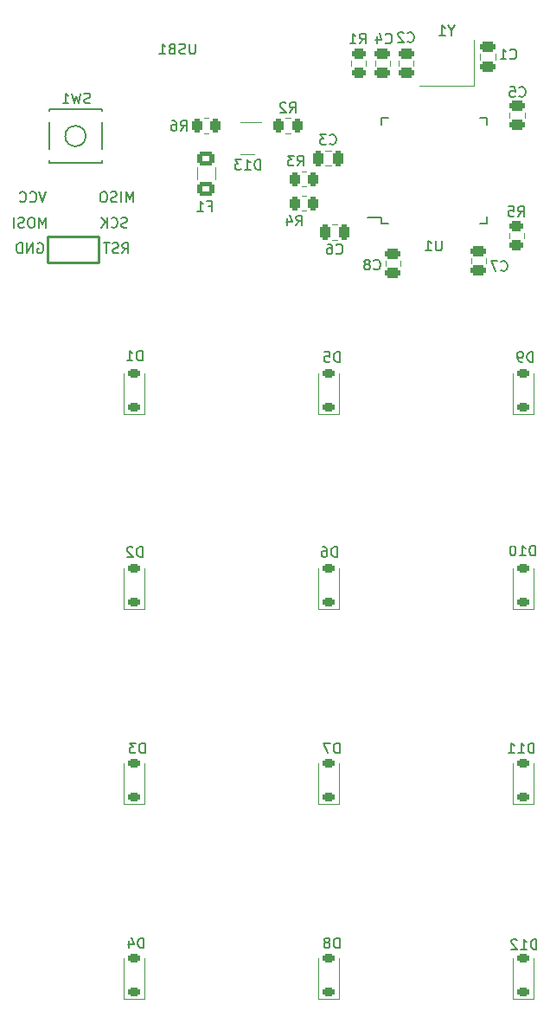
<source format=gbo>
G04 #@! TF.GenerationSoftware,KiCad,Pcbnew,(7.0.0)*
G04 #@! TF.CreationDate,2023-03-11T22:05:33-05:00*
G04 #@! TF.ProjectId,MacroPad,4d616372-6f50-4616-942e-6b696361645f,rev?*
G04 #@! TF.SameCoordinates,Original*
G04 #@! TF.FileFunction,Legend,Bot*
G04 #@! TF.FilePolarity,Positive*
%FSLAX46Y46*%
G04 Gerber Fmt 4.6, Leading zero omitted, Abs format (unit mm)*
G04 Created by KiCad (PCBNEW (7.0.0)) date 2023-03-11 22:05:33*
%MOMM*%
%LPD*%
G01*
G04 APERTURE LIST*
G04 Aperture macros list*
%AMRoundRect*
0 Rectangle with rounded corners*
0 $1 Rounding radius*
0 $2 $3 $4 $5 $6 $7 $8 $9 X,Y pos of 4 corners*
0 Add a 4 corners polygon primitive as box body*
4,1,4,$2,$3,$4,$5,$6,$7,$8,$9,$2,$3,0*
0 Add four circle primitives for the rounded corners*
1,1,$1+$1,$2,$3*
1,1,$1+$1,$4,$5*
1,1,$1+$1,$6,$7*
1,1,$1+$1,$8,$9*
0 Add four rect primitives between the rounded corners*
20,1,$1+$1,$2,$3,$4,$5,0*
20,1,$1+$1,$4,$5,$6,$7,0*
20,1,$1+$1,$6,$7,$8,$9,0*
20,1,$1+$1,$8,$9,$2,$3,0*%
G04 Aperture macros list end*
%ADD10C,0.153000*%
%ADD11C,0.250000*%
%ADD12C,0.150000*%
%ADD13C,0.120000*%
%ADD14C,2.700000*%
%ADD15C,1.750000*%
%ADD16C,3.000000*%
%ADD17C,3.987800*%
%ADD18R,2.550000X2.500000*%
%ADD19C,1.700000*%
%ADD20R,1.700000X1.700000*%
%ADD21R,1.800000X1.100000*%
%ADD22RoundRect,0.225000X0.375000X-0.225000X0.375000X0.225000X-0.375000X0.225000X-0.375000X-0.225000X0*%
%ADD23RoundRect,0.250000X-0.262500X-0.450000X0.262500X-0.450000X0.262500X0.450000X-0.262500X0.450000X0*%
%ADD24RoundRect,0.250000X-0.475000X0.250000X-0.475000X-0.250000X0.475000X-0.250000X0.475000X0.250000X0*%
%ADD25RoundRect,0.250000X0.250000X0.475000X-0.250000X0.475000X-0.250000X-0.475000X0.250000X-0.475000X0*%
%ADD26RoundRect,0.250000X0.475000X-0.250000X0.475000X0.250000X-0.475000X0.250000X-0.475000X-0.250000X0*%
%ADD27RoundRect,0.250000X0.262500X0.450000X-0.262500X0.450000X-0.262500X-0.450000X0.262500X-0.450000X0*%
%ADD28RoundRect,0.250000X-0.450000X0.262500X-0.450000X-0.262500X0.450000X-0.262500X0.450000X0.262500X0*%
%ADD29R,2.100000X1.800000*%
%ADD30R,1.500000X0.550000*%
%ADD31R,0.550000X1.500000*%
%ADD32C,0.650000*%
%ADD33R,0.600000X2.450000*%
%ADD34R,0.300000X2.450000*%
%ADD35R,0.700000X1.000000*%
%ADD36R,0.700000X0.600000*%
%ADD37RoundRect,0.250001X0.624999X-0.462499X0.624999X0.462499X-0.624999X0.462499X-0.624999X-0.462499X0*%
G04 APERTURE END LIST*
D10*
X152554913Y-58688961D02*
X152412056Y-58736580D01*
X152412056Y-58736580D02*
X152173961Y-58736580D01*
X152173961Y-58736580D02*
X152078723Y-58688961D01*
X152078723Y-58688961D02*
X152031104Y-58641342D01*
X152031104Y-58641342D02*
X151983485Y-58546104D01*
X151983485Y-58546104D02*
X151983485Y-58450866D01*
X151983485Y-58450866D02*
X152031104Y-58355628D01*
X152031104Y-58355628D02*
X152078723Y-58308009D01*
X152078723Y-58308009D02*
X152173961Y-58260390D01*
X152173961Y-58260390D02*
X152364437Y-58212771D01*
X152364437Y-58212771D02*
X152459675Y-58165152D01*
X152459675Y-58165152D02*
X152507294Y-58117533D01*
X152507294Y-58117533D02*
X152554913Y-58022295D01*
X152554913Y-58022295D02*
X152554913Y-57927057D01*
X152554913Y-57927057D02*
X152507294Y-57831819D01*
X152507294Y-57831819D02*
X152459675Y-57784200D01*
X152459675Y-57784200D02*
X152364437Y-57736580D01*
X152364437Y-57736580D02*
X152126342Y-57736580D01*
X152126342Y-57736580D02*
X151983485Y-57784200D01*
X150983485Y-58641342D02*
X151031104Y-58688961D01*
X151031104Y-58688961D02*
X151173961Y-58736580D01*
X151173961Y-58736580D02*
X151269199Y-58736580D01*
X151269199Y-58736580D02*
X151412056Y-58688961D01*
X151412056Y-58688961D02*
X151507294Y-58593723D01*
X151507294Y-58593723D02*
X151554913Y-58498485D01*
X151554913Y-58498485D02*
X151602532Y-58308009D01*
X151602532Y-58308009D02*
X151602532Y-58165152D01*
X151602532Y-58165152D02*
X151554913Y-57974676D01*
X151554913Y-57974676D02*
X151507294Y-57879438D01*
X151507294Y-57879438D02*
X151412056Y-57784200D01*
X151412056Y-57784200D02*
X151269199Y-57736580D01*
X151269199Y-57736580D02*
X151173961Y-57736580D01*
X151173961Y-57736580D02*
X151031104Y-57784200D01*
X151031104Y-57784200D02*
X150983485Y-57831819D01*
X150554913Y-58736580D02*
X150554913Y-57736580D01*
X149983485Y-58736580D02*
X150412056Y-58165152D01*
X149983485Y-57736580D02*
X150554913Y-58308009D01*
X144602532Y-55236580D02*
X144269199Y-56236580D01*
X144269199Y-56236580D02*
X143935866Y-55236580D01*
X143031104Y-56141342D02*
X143078723Y-56188961D01*
X143078723Y-56188961D02*
X143221580Y-56236580D01*
X143221580Y-56236580D02*
X143316818Y-56236580D01*
X143316818Y-56236580D02*
X143459675Y-56188961D01*
X143459675Y-56188961D02*
X143554913Y-56093723D01*
X143554913Y-56093723D02*
X143602532Y-55998485D01*
X143602532Y-55998485D02*
X143650151Y-55808009D01*
X143650151Y-55808009D02*
X143650151Y-55665152D01*
X143650151Y-55665152D02*
X143602532Y-55474676D01*
X143602532Y-55474676D02*
X143554913Y-55379438D01*
X143554913Y-55379438D02*
X143459675Y-55284200D01*
X143459675Y-55284200D02*
X143316818Y-55236580D01*
X143316818Y-55236580D02*
X143221580Y-55236580D01*
X143221580Y-55236580D02*
X143078723Y-55284200D01*
X143078723Y-55284200D02*
X143031104Y-55331819D01*
X142031104Y-56141342D02*
X142078723Y-56188961D01*
X142078723Y-56188961D02*
X142221580Y-56236580D01*
X142221580Y-56236580D02*
X142316818Y-56236580D01*
X142316818Y-56236580D02*
X142459675Y-56188961D01*
X142459675Y-56188961D02*
X142554913Y-56093723D01*
X142554913Y-56093723D02*
X142602532Y-55998485D01*
X142602532Y-55998485D02*
X142650151Y-55808009D01*
X142650151Y-55808009D02*
X142650151Y-55665152D01*
X142650151Y-55665152D02*
X142602532Y-55474676D01*
X142602532Y-55474676D02*
X142554913Y-55379438D01*
X142554913Y-55379438D02*
X142459675Y-55284200D01*
X142459675Y-55284200D02*
X142316818Y-55236580D01*
X142316818Y-55236580D02*
X142221580Y-55236580D01*
X142221580Y-55236580D02*
X142078723Y-55284200D01*
X142078723Y-55284200D02*
X142031104Y-55331819D01*
X152066819Y-61236580D02*
X152400152Y-60760390D01*
X152638247Y-61236580D02*
X152638247Y-60236580D01*
X152638247Y-60236580D02*
X152257295Y-60236580D01*
X152257295Y-60236580D02*
X152162057Y-60284200D01*
X152162057Y-60284200D02*
X152114438Y-60331819D01*
X152114438Y-60331819D02*
X152066819Y-60427057D01*
X152066819Y-60427057D02*
X152066819Y-60569914D01*
X152066819Y-60569914D02*
X152114438Y-60665152D01*
X152114438Y-60665152D02*
X152162057Y-60712771D01*
X152162057Y-60712771D02*
X152257295Y-60760390D01*
X152257295Y-60760390D02*
X152638247Y-60760390D01*
X151685866Y-61188961D02*
X151543009Y-61236580D01*
X151543009Y-61236580D02*
X151304914Y-61236580D01*
X151304914Y-61236580D02*
X151209676Y-61188961D01*
X151209676Y-61188961D02*
X151162057Y-61141342D01*
X151162057Y-61141342D02*
X151114438Y-61046104D01*
X151114438Y-61046104D02*
X151114438Y-60950866D01*
X151114438Y-60950866D02*
X151162057Y-60855628D01*
X151162057Y-60855628D02*
X151209676Y-60808009D01*
X151209676Y-60808009D02*
X151304914Y-60760390D01*
X151304914Y-60760390D02*
X151495390Y-60712771D01*
X151495390Y-60712771D02*
X151590628Y-60665152D01*
X151590628Y-60665152D02*
X151638247Y-60617533D01*
X151638247Y-60617533D02*
X151685866Y-60522295D01*
X151685866Y-60522295D02*
X151685866Y-60427057D01*
X151685866Y-60427057D02*
X151638247Y-60331819D01*
X151638247Y-60331819D02*
X151590628Y-60284200D01*
X151590628Y-60284200D02*
X151495390Y-60236580D01*
X151495390Y-60236580D02*
X151257295Y-60236580D01*
X151257295Y-60236580D02*
X151114438Y-60284200D01*
X150828723Y-60236580D02*
X150257295Y-60236580D01*
X150543009Y-61236580D02*
X150543009Y-60236580D01*
X143781104Y-60284200D02*
X143876342Y-60236580D01*
X143876342Y-60236580D02*
X144019199Y-60236580D01*
X144019199Y-60236580D02*
X144162056Y-60284200D01*
X144162056Y-60284200D02*
X144257294Y-60379438D01*
X144257294Y-60379438D02*
X144304913Y-60474676D01*
X144304913Y-60474676D02*
X144352532Y-60665152D01*
X144352532Y-60665152D02*
X144352532Y-60808009D01*
X144352532Y-60808009D02*
X144304913Y-60998485D01*
X144304913Y-60998485D02*
X144257294Y-61093723D01*
X144257294Y-61093723D02*
X144162056Y-61188961D01*
X144162056Y-61188961D02*
X144019199Y-61236580D01*
X144019199Y-61236580D02*
X143923961Y-61236580D01*
X143923961Y-61236580D02*
X143781104Y-61188961D01*
X143781104Y-61188961D02*
X143733485Y-61141342D01*
X143733485Y-61141342D02*
X143733485Y-60808009D01*
X143733485Y-60808009D02*
X143923961Y-60808009D01*
X143304913Y-61236580D02*
X143304913Y-60236580D01*
X143304913Y-60236580D02*
X142733485Y-61236580D01*
X142733485Y-61236580D02*
X142733485Y-60236580D01*
X142257294Y-61236580D02*
X142257294Y-60236580D01*
X142257294Y-60236580D02*
X142019199Y-60236580D01*
X142019199Y-60236580D02*
X141876342Y-60284200D01*
X141876342Y-60284200D02*
X141781104Y-60379438D01*
X141781104Y-60379438D02*
X141733485Y-60474676D01*
X141733485Y-60474676D02*
X141685866Y-60665152D01*
X141685866Y-60665152D02*
X141685866Y-60808009D01*
X141685866Y-60808009D02*
X141733485Y-60998485D01*
X141733485Y-60998485D02*
X141781104Y-61093723D01*
X141781104Y-61093723D02*
X141876342Y-61188961D01*
X141876342Y-61188961D02*
X142019199Y-61236580D01*
X142019199Y-61236580D02*
X142257294Y-61236580D01*
X153090627Y-56236580D02*
X153090627Y-55236580D01*
X153090627Y-55236580D02*
X152757294Y-55950866D01*
X152757294Y-55950866D02*
X152423961Y-55236580D01*
X152423961Y-55236580D02*
X152423961Y-56236580D01*
X151947770Y-56236580D02*
X151947770Y-55236580D01*
X151519199Y-56188961D02*
X151376342Y-56236580D01*
X151376342Y-56236580D02*
X151138247Y-56236580D01*
X151138247Y-56236580D02*
X151043009Y-56188961D01*
X151043009Y-56188961D02*
X150995390Y-56141342D01*
X150995390Y-56141342D02*
X150947771Y-56046104D01*
X150947771Y-56046104D02*
X150947771Y-55950866D01*
X150947771Y-55950866D02*
X150995390Y-55855628D01*
X150995390Y-55855628D02*
X151043009Y-55808009D01*
X151043009Y-55808009D02*
X151138247Y-55760390D01*
X151138247Y-55760390D02*
X151328723Y-55712771D01*
X151328723Y-55712771D02*
X151423961Y-55665152D01*
X151423961Y-55665152D02*
X151471580Y-55617533D01*
X151471580Y-55617533D02*
X151519199Y-55522295D01*
X151519199Y-55522295D02*
X151519199Y-55427057D01*
X151519199Y-55427057D02*
X151471580Y-55331819D01*
X151471580Y-55331819D02*
X151423961Y-55284200D01*
X151423961Y-55284200D02*
X151328723Y-55236580D01*
X151328723Y-55236580D02*
X151090628Y-55236580D01*
X151090628Y-55236580D02*
X150947771Y-55284200D01*
X150328723Y-55236580D02*
X150138247Y-55236580D01*
X150138247Y-55236580D02*
X150043009Y-55284200D01*
X150043009Y-55284200D02*
X149947771Y-55379438D01*
X149947771Y-55379438D02*
X149900152Y-55569914D01*
X149900152Y-55569914D02*
X149900152Y-55903247D01*
X149900152Y-55903247D02*
X149947771Y-56093723D01*
X149947771Y-56093723D02*
X150043009Y-56188961D01*
X150043009Y-56188961D02*
X150138247Y-56236580D01*
X150138247Y-56236580D02*
X150328723Y-56236580D01*
X150328723Y-56236580D02*
X150423961Y-56188961D01*
X150423961Y-56188961D02*
X150519199Y-56093723D01*
X150519199Y-56093723D02*
X150566818Y-55903247D01*
X150566818Y-55903247D02*
X150566818Y-55569914D01*
X150566818Y-55569914D02*
X150519199Y-55379438D01*
X150519199Y-55379438D02*
X150423961Y-55284200D01*
X150423961Y-55284200D02*
X150328723Y-55236580D01*
X144590627Y-58736580D02*
X144590627Y-57736580D01*
X144590627Y-57736580D02*
X144257294Y-58450866D01*
X144257294Y-58450866D02*
X143923961Y-57736580D01*
X143923961Y-57736580D02*
X143923961Y-58736580D01*
X143257294Y-57736580D02*
X143066818Y-57736580D01*
X143066818Y-57736580D02*
X142971580Y-57784200D01*
X142971580Y-57784200D02*
X142876342Y-57879438D01*
X142876342Y-57879438D02*
X142828723Y-58069914D01*
X142828723Y-58069914D02*
X142828723Y-58403247D01*
X142828723Y-58403247D02*
X142876342Y-58593723D01*
X142876342Y-58593723D02*
X142971580Y-58688961D01*
X142971580Y-58688961D02*
X143066818Y-58736580D01*
X143066818Y-58736580D02*
X143257294Y-58736580D01*
X143257294Y-58736580D02*
X143352532Y-58688961D01*
X143352532Y-58688961D02*
X143447770Y-58593723D01*
X143447770Y-58593723D02*
X143495389Y-58403247D01*
X143495389Y-58403247D02*
X143495389Y-58069914D01*
X143495389Y-58069914D02*
X143447770Y-57879438D01*
X143447770Y-57879438D02*
X143352532Y-57784200D01*
X143352532Y-57784200D02*
X143257294Y-57736580D01*
X142447770Y-58688961D02*
X142304913Y-58736580D01*
X142304913Y-58736580D02*
X142066818Y-58736580D01*
X142066818Y-58736580D02*
X141971580Y-58688961D01*
X141971580Y-58688961D02*
X141923961Y-58641342D01*
X141923961Y-58641342D02*
X141876342Y-58546104D01*
X141876342Y-58546104D02*
X141876342Y-58450866D01*
X141876342Y-58450866D02*
X141923961Y-58355628D01*
X141923961Y-58355628D02*
X141971580Y-58308009D01*
X141971580Y-58308009D02*
X142066818Y-58260390D01*
X142066818Y-58260390D02*
X142257294Y-58212771D01*
X142257294Y-58212771D02*
X142352532Y-58165152D01*
X142352532Y-58165152D02*
X142400151Y-58117533D01*
X142400151Y-58117533D02*
X142447770Y-58022295D01*
X142447770Y-58022295D02*
X142447770Y-57927057D01*
X142447770Y-57927057D02*
X142400151Y-57831819D01*
X142400151Y-57831819D02*
X142352532Y-57784200D01*
X142352532Y-57784200D02*
X142257294Y-57736580D01*
X142257294Y-57736580D02*
X142019199Y-57736580D01*
X142019199Y-57736580D02*
X141876342Y-57784200D01*
X141447770Y-58736580D02*
X141447770Y-57736580D01*
X148907332Y-46547761D02*
X148764475Y-46595380D01*
X148764475Y-46595380D02*
X148526380Y-46595380D01*
X148526380Y-46595380D02*
X148431142Y-46547761D01*
X148431142Y-46547761D02*
X148383523Y-46500142D01*
X148383523Y-46500142D02*
X148335904Y-46404904D01*
X148335904Y-46404904D02*
X148335904Y-46309666D01*
X148335904Y-46309666D02*
X148383523Y-46214428D01*
X148383523Y-46214428D02*
X148431142Y-46166809D01*
X148431142Y-46166809D02*
X148526380Y-46119190D01*
X148526380Y-46119190D02*
X148716856Y-46071571D01*
X148716856Y-46071571D02*
X148812094Y-46023952D01*
X148812094Y-46023952D02*
X148859713Y-45976333D01*
X148859713Y-45976333D02*
X148907332Y-45881095D01*
X148907332Y-45881095D02*
X148907332Y-45785857D01*
X148907332Y-45785857D02*
X148859713Y-45690619D01*
X148859713Y-45690619D02*
X148812094Y-45643000D01*
X148812094Y-45643000D02*
X148716856Y-45595380D01*
X148716856Y-45595380D02*
X148478761Y-45595380D01*
X148478761Y-45595380D02*
X148335904Y-45643000D01*
X148002570Y-45595380D02*
X147764475Y-46595380D01*
X147764475Y-46595380D02*
X147573999Y-45881095D01*
X147573999Y-45881095D02*
X147383523Y-46595380D01*
X147383523Y-46595380D02*
X147145428Y-45595380D01*
X146240666Y-46595380D02*
X146812094Y-46595380D01*
X146526380Y-46595380D02*
X146526380Y-45595380D01*
X146526380Y-45595380D02*
X146621618Y-45738238D01*
X146621618Y-45738238D02*
X146716856Y-45833476D01*
X146716856Y-45833476D02*
X146812094Y-45881095D01*
X173331094Y-129145380D02*
X173331094Y-128145380D01*
X173331094Y-128145380D02*
X173092999Y-128145380D01*
X173092999Y-128145380D02*
X172950142Y-128193000D01*
X172950142Y-128193000D02*
X172854904Y-128288238D01*
X172854904Y-128288238D02*
X172807285Y-128383476D01*
X172807285Y-128383476D02*
X172759666Y-128573952D01*
X172759666Y-128573952D02*
X172759666Y-128716809D01*
X172759666Y-128716809D02*
X172807285Y-128907285D01*
X172807285Y-128907285D02*
X172854904Y-129002523D01*
X172854904Y-129002523D02*
X172950142Y-129097761D01*
X172950142Y-129097761D02*
X173092999Y-129145380D01*
X173092999Y-129145380D02*
X173331094Y-129145380D01*
X172188237Y-128573952D02*
X172283475Y-128526333D01*
X172283475Y-128526333D02*
X172331094Y-128478714D01*
X172331094Y-128478714D02*
X172378713Y-128383476D01*
X172378713Y-128383476D02*
X172378713Y-128335857D01*
X172378713Y-128335857D02*
X172331094Y-128240619D01*
X172331094Y-128240619D02*
X172283475Y-128193000D01*
X172283475Y-128193000D02*
X172188237Y-128145380D01*
X172188237Y-128145380D02*
X171997761Y-128145380D01*
X171997761Y-128145380D02*
X171902523Y-128193000D01*
X171902523Y-128193000D02*
X171854904Y-128240619D01*
X171854904Y-128240619D02*
X171807285Y-128335857D01*
X171807285Y-128335857D02*
X171807285Y-128383476D01*
X171807285Y-128383476D02*
X171854904Y-128478714D01*
X171854904Y-128478714D02*
X171902523Y-128526333D01*
X171902523Y-128526333D02*
X171997761Y-128573952D01*
X171997761Y-128573952D02*
X172188237Y-128573952D01*
X172188237Y-128573952D02*
X172283475Y-128621571D01*
X172283475Y-128621571D02*
X172331094Y-128669190D01*
X172331094Y-128669190D02*
X172378713Y-128764428D01*
X172378713Y-128764428D02*
X172378713Y-128954904D01*
X172378713Y-128954904D02*
X172331094Y-129050142D01*
X172331094Y-129050142D02*
X172283475Y-129097761D01*
X172283475Y-129097761D02*
X172188237Y-129145380D01*
X172188237Y-129145380D02*
X171997761Y-129145380D01*
X171997761Y-129145380D02*
X171902523Y-129097761D01*
X171902523Y-129097761D02*
X171854904Y-129050142D01*
X171854904Y-129050142D02*
X171807285Y-128954904D01*
X171807285Y-128954904D02*
X171807285Y-128764428D01*
X171807285Y-128764428D02*
X171854904Y-128669190D01*
X171854904Y-128669190D02*
X171902523Y-128621571D01*
X171902523Y-128621571D02*
X171997761Y-128573952D01*
X157773666Y-49262380D02*
X158106999Y-48786190D01*
X158345094Y-49262380D02*
X158345094Y-48262380D01*
X158345094Y-48262380D02*
X157964142Y-48262380D01*
X157964142Y-48262380D02*
X157868904Y-48310000D01*
X157868904Y-48310000D02*
X157821285Y-48357619D01*
X157821285Y-48357619D02*
X157773666Y-48452857D01*
X157773666Y-48452857D02*
X157773666Y-48595714D01*
X157773666Y-48595714D02*
X157821285Y-48690952D01*
X157821285Y-48690952D02*
X157868904Y-48738571D01*
X157868904Y-48738571D02*
X157964142Y-48786190D01*
X157964142Y-48786190D02*
X158345094Y-48786190D01*
X156916523Y-48262380D02*
X157106999Y-48262380D01*
X157106999Y-48262380D02*
X157202237Y-48310000D01*
X157202237Y-48310000D02*
X157249856Y-48357619D01*
X157249856Y-48357619D02*
X157345094Y-48500476D01*
X157345094Y-48500476D02*
X157392713Y-48690952D01*
X157392713Y-48690952D02*
X157392713Y-49071904D01*
X157392713Y-49071904D02*
X157345094Y-49167142D01*
X157345094Y-49167142D02*
X157297475Y-49214761D01*
X157297475Y-49214761D02*
X157202237Y-49262380D01*
X157202237Y-49262380D02*
X157011761Y-49262380D01*
X157011761Y-49262380D02*
X156916523Y-49214761D01*
X156916523Y-49214761D02*
X156868904Y-49167142D01*
X156868904Y-49167142D02*
X156821285Y-49071904D01*
X156821285Y-49071904D02*
X156821285Y-48833809D01*
X156821285Y-48833809D02*
X156868904Y-48738571D01*
X156868904Y-48738571D02*
X156916523Y-48690952D01*
X156916523Y-48690952D02*
X157011761Y-48643333D01*
X157011761Y-48643333D02*
X157202237Y-48643333D01*
X157202237Y-48643333D02*
X157297475Y-48690952D01*
X157297475Y-48690952D02*
X157345094Y-48738571D01*
X157345094Y-48738571D02*
X157392713Y-48833809D01*
X189142666Y-62883142D02*
X189190285Y-62930761D01*
X189190285Y-62930761D02*
X189333142Y-62978380D01*
X189333142Y-62978380D02*
X189428380Y-62978380D01*
X189428380Y-62978380D02*
X189571237Y-62930761D01*
X189571237Y-62930761D02*
X189666475Y-62835523D01*
X189666475Y-62835523D02*
X189714094Y-62740285D01*
X189714094Y-62740285D02*
X189761713Y-62549809D01*
X189761713Y-62549809D02*
X189761713Y-62406952D01*
X189761713Y-62406952D02*
X189714094Y-62216476D01*
X189714094Y-62216476D02*
X189666475Y-62121238D01*
X189666475Y-62121238D02*
X189571237Y-62026000D01*
X189571237Y-62026000D02*
X189428380Y-61978380D01*
X189428380Y-61978380D02*
X189333142Y-61978380D01*
X189333142Y-61978380D02*
X189190285Y-62026000D01*
X189190285Y-62026000D02*
X189142666Y-62073619D01*
X188809332Y-61978380D02*
X188142666Y-61978380D01*
X188142666Y-61978380D02*
X188571237Y-62978380D01*
X172378666Y-50535142D02*
X172426285Y-50582761D01*
X172426285Y-50582761D02*
X172569142Y-50630380D01*
X172569142Y-50630380D02*
X172664380Y-50630380D01*
X172664380Y-50630380D02*
X172807237Y-50582761D01*
X172807237Y-50582761D02*
X172902475Y-50487523D01*
X172902475Y-50487523D02*
X172950094Y-50392285D01*
X172950094Y-50392285D02*
X172997713Y-50201809D01*
X172997713Y-50201809D02*
X172997713Y-50058952D01*
X172997713Y-50058952D02*
X172950094Y-49868476D01*
X172950094Y-49868476D02*
X172902475Y-49773238D01*
X172902475Y-49773238D02*
X172807237Y-49678000D01*
X172807237Y-49678000D02*
X172664380Y-49630380D01*
X172664380Y-49630380D02*
X172569142Y-49630380D01*
X172569142Y-49630380D02*
X172426285Y-49678000D01*
X172426285Y-49678000D02*
X172378666Y-49725619D01*
X172045332Y-49630380D02*
X171426285Y-49630380D01*
X171426285Y-49630380D02*
X171759618Y-50011333D01*
X171759618Y-50011333D02*
X171616761Y-50011333D01*
X171616761Y-50011333D02*
X171521523Y-50058952D01*
X171521523Y-50058952D02*
X171473904Y-50106571D01*
X171473904Y-50106571D02*
X171426285Y-50201809D01*
X171426285Y-50201809D02*
X171426285Y-50439904D01*
X171426285Y-50439904D02*
X171473904Y-50535142D01*
X171473904Y-50535142D02*
X171521523Y-50582761D01*
X171521523Y-50582761D02*
X171616761Y-50630380D01*
X171616761Y-50630380D02*
X171902475Y-50630380D01*
X171902475Y-50630380D02*
X171997713Y-50582761D01*
X171997713Y-50582761D02*
X172045332Y-50535142D01*
X179998666Y-40531142D02*
X180046285Y-40578761D01*
X180046285Y-40578761D02*
X180189142Y-40626380D01*
X180189142Y-40626380D02*
X180284380Y-40626380D01*
X180284380Y-40626380D02*
X180427237Y-40578761D01*
X180427237Y-40578761D02*
X180522475Y-40483523D01*
X180522475Y-40483523D02*
X180570094Y-40388285D01*
X180570094Y-40388285D02*
X180617713Y-40197809D01*
X180617713Y-40197809D02*
X180617713Y-40054952D01*
X180617713Y-40054952D02*
X180570094Y-39864476D01*
X180570094Y-39864476D02*
X180522475Y-39769238D01*
X180522475Y-39769238D02*
X180427237Y-39674000D01*
X180427237Y-39674000D02*
X180284380Y-39626380D01*
X180284380Y-39626380D02*
X180189142Y-39626380D01*
X180189142Y-39626380D02*
X180046285Y-39674000D01*
X180046285Y-39674000D02*
X179998666Y-39721619D01*
X179617713Y-39721619D02*
X179570094Y-39674000D01*
X179570094Y-39674000D02*
X179474856Y-39626380D01*
X179474856Y-39626380D02*
X179236761Y-39626380D01*
X179236761Y-39626380D02*
X179141523Y-39674000D01*
X179141523Y-39674000D02*
X179093904Y-39721619D01*
X179093904Y-39721619D02*
X179046285Y-39816857D01*
X179046285Y-39816857D02*
X179046285Y-39912095D01*
X179046285Y-39912095D02*
X179093904Y-40054952D01*
X179093904Y-40054952D02*
X179665332Y-40626380D01*
X179665332Y-40626380D02*
X179046285Y-40626380D01*
X173013666Y-61232142D02*
X173061285Y-61279761D01*
X173061285Y-61279761D02*
X173204142Y-61327380D01*
X173204142Y-61327380D02*
X173299380Y-61327380D01*
X173299380Y-61327380D02*
X173442237Y-61279761D01*
X173442237Y-61279761D02*
X173537475Y-61184523D01*
X173537475Y-61184523D02*
X173585094Y-61089285D01*
X173585094Y-61089285D02*
X173632713Y-60898809D01*
X173632713Y-60898809D02*
X173632713Y-60755952D01*
X173632713Y-60755952D02*
X173585094Y-60565476D01*
X173585094Y-60565476D02*
X173537475Y-60470238D01*
X173537475Y-60470238D02*
X173442237Y-60375000D01*
X173442237Y-60375000D02*
X173299380Y-60327380D01*
X173299380Y-60327380D02*
X173204142Y-60327380D01*
X173204142Y-60327380D02*
X173061285Y-60375000D01*
X173061285Y-60375000D02*
X173013666Y-60422619D01*
X172156523Y-60327380D02*
X172346999Y-60327380D01*
X172346999Y-60327380D02*
X172442237Y-60375000D01*
X172442237Y-60375000D02*
X172489856Y-60422619D01*
X172489856Y-60422619D02*
X172585094Y-60565476D01*
X172585094Y-60565476D02*
X172632713Y-60755952D01*
X172632713Y-60755952D02*
X172632713Y-61136904D01*
X172632713Y-61136904D02*
X172585094Y-61232142D01*
X172585094Y-61232142D02*
X172537475Y-61279761D01*
X172537475Y-61279761D02*
X172442237Y-61327380D01*
X172442237Y-61327380D02*
X172251761Y-61327380D01*
X172251761Y-61327380D02*
X172156523Y-61279761D01*
X172156523Y-61279761D02*
X172108904Y-61232142D01*
X172108904Y-61232142D02*
X172061285Y-61136904D01*
X172061285Y-61136904D02*
X172061285Y-60898809D01*
X172061285Y-60898809D02*
X172108904Y-60803571D01*
X172108904Y-60803571D02*
X172156523Y-60755952D01*
X172156523Y-60755952D02*
X172251761Y-60708333D01*
X172251761Y-60708333D02*
X172442237Y-60708333D01*
X172442237Y-60708333D02*
X172537475Y-60755952D01*
X172537475Y-60755952D02*
X172585094Y-60803571D01*
X172585094Y-60803571D02*
X172632713Y-60898809D01*
X177839666Y-40658142D02*
X177887285Y-40705761D01*
X177887285Y-40705761D02*
X178030142Y-40753380D01*
X178030142Y-40753380D02*
X178125380Y-40753380D01*
X178125380Y-40753380D02*
X178268237Y-40705761D01*
X178268237Y-40705761D02*
X178363475Y-40610523D01*
X178363475Y-40610523D02*
X178411094Y-40515285D01*
X178411094Y-40515285D02*
X178458713Y-40324809D01*
X178458713Y-40324809D02*
X178458713Y-40181952D01*
X178458713Y-40181952D02*
X178411094Y-39991476D01*
X178411094Y-39991476D02*
X178363475Y-39896238D01*
X178363475Y-39896238D02*
X178268237Y-39801000D01*
X178268237Y-39801000D02*
X178125380Y-39753380D01*
X178125380Y-39753380D02*
X178030142Y-39753380D01*
X178030142Y-39753380D02*
X177887285Y-39801000D01*
X177887285Y-39801000D02*
X177839666Y-39848619D01*
X176982523Y-40086714D02*
X176982523Y-40753380D01*
X177220618Y-39705761D02*
X177458713Y-40420047D01*
X177458713Y-40420047D02*
X176839666Y-40420047D01*
X192603285Y-129272380D02*
X192603285Y-128272380D01*
X192603285Y-128272380D02*
X192365190Y-128272380D01*
X192365190Y-128272380D02*
X192222333Y-128320000D01*
X192222333Y-128320000D02*
X192127095Y-128415238D01*
X192127095Y-128415238D02*
X192079476Y-128510476D01*
X192079476Y-128510476D02*
X192031857Y-128700952D01*
X192031857Y-128700952D02*
X192031857Y-128843809D01*
X192031857Y-128843809D02*
X192079476Y-129034285D01*
X192079476Y-129034285D02*
X192127095Y-129129523D01*
X192127095Y-129129523D02*
X192222333Y-129224761D01*
X192222333Y-129224761D02*
X192365190Y-129272380D01*
X192365190Y-129272380D02*
X192603285Y-129272380D01*
X191079476Y-129272380D02*
X191650904Y-129272380D01*
X191365190Y-129272380D02*
X191365190Y-128272380D01*
X191365190Y-128272380D02*
X191460428Y-128415238D01*
X191460428Y-128415238D02*
X191555666Y-128510476D01*
X191555666Y-128510476D02*
X191650904Y-128558095D01*
X190698523Y-128367619D02*
X190650904Y-128320000D01*
X190650904Y-128320000D02*
X190555666Y-128272380D01*
X190555666Y-128272380D02*
X190317571Y-128272380D01*
X190317571Y-128272380D02*
X190222333Y-128320000D01*
X190222333Y-128320000D02*
X190174714Y-128367619D01*
X190174714Y-128367619D02*
X190127095Y-128462857D01*
X190127095Y-128462857D02*
X190127095Y-128558095D01*
X190127095Y-128558095D02*
X190174714Y-128700952D01*
X190174714Y-128700952D02*
X190746142Y-129272380D01*
X190746142Y-129272380D02*
X190127095Y-129272380D01*
X173331094Y-71868380D02*
X173331094Y-70868380D01*
X173331094Y-70868380D02*
X173092999Y-70868380D01*
X173092999Y-70868380D02*
X172950142Y-70916000D01*
X172950142Y-70916000D02*
X172854904Y-71011238D01*
X172854904Y-71011238D02*
X172807285Y-71106476D01*
X172807285Y-71106476D02*
X172759666Y-71296952D01*
X172759666Y-71296952D02*
X172759666Y-71439809D01*
X172759666Y-71439809D02*
X172807285Y-71630285D01*
X172807285Y-71630285D02*
X172854904Y-71725523D01*
X172854904Y-71725523D02*
X172950142Y-71820761D01*
X172950142Y-71820761D02*
X173092999Y-71868380D01*
X173092999Y-71868380D02*
X173331094Y-71868380D01*
X171854904Y-70868380D02*
X172331094Y-70868380D01*
X172331094Y-70868380D02*
X172378713Y-71344571D01*
X172378713Y-71344571D02*
X172331094Y-71296952D01*
X172331094Y-71296952D02*
X172235856Y-71249333D01*
X172235856Y-71249333D02*
X171997761Y-71249333D01*
X171997761Y-71249333D02*
X171902523Y-71296952D01*
X171902523Y-71296952D02*
X171854904Y-71344571D01*
X171854904Y-71344571D02*
X171807285Y-71439809D01*
X171807285Y-71439809D02*
X171807285Y-71677904D01*
X171807285Y-71677904D02*
X171854904Y-71773142D01*
X171854904Y-71773142D02*
X171902523Y-71820761D01*
X171902523Y-71820761D02*
X171997761Y-71868380D01*
X171997761Y-71868380D02*
X172235856Y-71868380D01*
X172235856Y-71868380D02*
X172331094Y-71820761D01*
X172331094Y-71820761D02*
X172378713Y-71773142D01*
X169203666Y-52692380D02*
X169536999Y-52216190D01*
X169775094Y-52692380D02*
X169775094Y-51692380D01*
X169775094Y-51692380D02*
X169394142Y-51692380D01*
X169394142Y-51692380D02*
X169298904Y-51740000D01*
X169298904Y-51740000D02*
X169251285Y-51787619D01*
X169251285Y-51787619D02*
X169203666Y-51882857D01*
X169203666Y-51882857D02*
X169203666Y-52025714D01*
X169203666Y-52025714D02*
X169251285Y-52120952D01*
X169251285Y-52120952D02*
X169298904Y-52168571D01*
X169298904Y-52168571D02*
X169394142Y-52216190D01*
X169394142Y-52216190D02*
X169775094Y-52216190D01*
X168870332Y-51692380D02*
X168251285Y-51692380D01*
X168251285Y-51692380D02*
X168584618Y-52073333D01*
X168584618Y-52073333D02*
X168441761Y-52073333D01*
X168441761Y-52073333D02*
X168346523Y-52120952D01*
X168346523Y-52120952D02*
X168298904Y-52168571D01*
X168298904Y-52168571D02*
X168251285Y-52263809D01*
X168251285Y-52263809D02*
X168251285Y-52501904D01*
X168251285Y-52501904D02*
X168298904Y-52597142D01*
X168298904Y-52597142D02*
X168346523Y-52644761D01*
X168346523Y-52644761D02*
X168441761Y-52692380D01*
X168441761Y-52692380D02*
X168727475Y-52692380D01*
X168727475Y-52692380D02*
X168822713Y-52644761D01*
X168822713Y-52644761D02*
X168870332Y-52597142D01*
X192254094Y-71868380D02*
X192254094Y-70868380D01*
X192254094Y-70868380D02*
X192015999Y-70868380D01*
X192015999Y-70868380D02*
X191873142Y-70916000D01*
X191873142Y-70916000D02*
X191777904Y-71011238D01*
X191777904Y-71011238D02*
X191730285Y-71106476D01*
X191730285Y-71106476D02*
X191682666Y-71296952D01*
X191682666Y-71296952D02*
X191682666Y-71439809D01*
X191682666Y-71439809D02*
X191730285Y-71630285D01*
X191730285Y-71630285D02*
X191777904Y-71725523D01*
X191777904Y-71725523D02*
X191873142Y-71820761D01*
X191873142Y-71820761D02*
X192015999Y-71868380D01*
X192015999Y-71868380D02*
X192254094Y-71868380D01*
X191206475Y-71868380D02*
X191015999Y-71868380D01*
X191015999Y-71868380D02*
X190920761Y-71820761D01*
X190920761Y-71820761D02*
X190873142Y-71773142D01*
X190873142Y-71773142D02*
X190777904Y-71630285D01*
X190777904Y-71630285D02*
X190730285Y-71439809D01*
X190730285Y-71439809D02*
X190730285Y-71058857D01*
X190730285Y-71058857D02*
X190777904Y-70963619D01*
X190777904Y-70963619D02*
X190825523Y-70916000D01*
X190825523Y-70916000D02*
X190920761Y-70868380D01*
X190920761Y-70868380D02*
X191111237Y-70868380D01*
X191111237Y-70868380D02*
X191206475Y-70916000D01*
X191206475Y-70916000D02*
X191254094Y-70963619D01*
X191254094Y-70963619D02*
X191301713Y-71058857D01*
X191301713Y-71058857D02*
X191301713Y-71296952D01*
X191301713Y-71296952D02*
X191254094Y-71392190D01*
X191254094Y-71392190D02*
X191206475Y-71439809D01*
X191206475Y-71439809D02*
X191111237Y-71487428D01*
X191111237Y-71487428D02*
X190920761Y-71487428D01*
X190920761Y-71487428D02*
X190825523Y-71439809D01*
X190825523Y-71439809D02*
X190777904Y-71392190D01*
X190777904Y-71392190D02*
X190730285Y-71296952D01*
X190793666Y-57644380D02*
X191126999Y-57168190D01*
X191365094Y-57644380D02*
X191365094Y-56644380D01*
X191365094Y-56644380D02*
X190984142Y-56644380D01*
X190984142Y-56644380D02*
X190888904Y-56692000D01*
X190888904Y-56692000D02*
X190841285Y-56739619D01*
X190841285Y-56739619D02*
X190793666Y-56834857D01*
X190793666Y-56834857D02*
X190793666Y-56977714D01*
X190793666Y-56977714D02*
X190841285Y-57072952D01*
X190841285Y-57072952D02*
X190888904Y-57120571D01*
X190888904Y-57120571D02*
X190984142Y-57168190D01*
X190984142Y-57168190D02*
X191365094Y-57168190D01*
X189888904Y-56644380D02*
X190365094Y-56644380D01*
X190365094Y-56644380D02*
X190412713Y-57120571D01*
X190412713Y-57120571D02*
X190365094Y-57072952D01*
X190365094Y-57072952D02*
X190269856Y-57025333D01*
X190269856Y-57025333D02*
X190031761Y-57025333D01*
X190031761Y-57025333D02*
X189936523Y-57072952D01*
X189936523Y-57072952D02*
X189888904Y-57120571D01*
X189888904Y-57120571D02*
X189841285Y-57215809D01*
X189841285Y-57215809D02*
X189841285Y-57453904D01*
X189841285Y-57453904D02*
X189888904Y-57549142D01*
X189888904Y-57549142D02*
X189936523Y-57596761D01*
X189936523Y-57596761D02*
X190031761Y-57644380D01*
X190031761Y-57644380D02*
X190269856Y-57644380D01*
X190269856Y-57644380D02*
X190365094Y-57596761D01*
X190365094Y-57596761D02*
X190412713Y-57549142D01*
X192349285Y-110095380D02*
X192349285Y-109095380D01*
X192349285Y-109095380D02*
X192111190Y-109095380D01*
X192111190Y-109095380D02*
X191968333Y-109143000D01*
X191968333Y-109143000D02*
X191873095Y-109238238D01*
X191873095Y-109238238D02*
X191825476Y-109333476D01*
X191825476Y-109333476D02*
X191777857Y-109523952D01*
X191777857Y-109523952D02*
X191777857Y-109666809D01*
X191777857Y-109666809D02*
X191825476Y-109857285D01*
X191825476Y-109857285D02*
X191873095Y-109952523D01*
X191873095Y-109952523D02*
X191968333Y-110047761D01*
X191968333Y-110047761D02*
X192111190Y-110095380D01*
X192111190Y-110095380D02*
X192349285Y-110095380D01*
X190825476Y-110095380D02*
X191396904Y-110095380D01*
X191111190Y-110095380D02*
X191111190Y-109095380D01*
X191111190Y-109095380D02*
X191206428Y-109238238D01*
X191206428Y-109238238D02*
X191301666Y-109333476D01*
X191301666Y-109333476D02*
X191396904Y-109381095D01*
X189873095Y-110095380D02*
X190444523Y-110095380D01*
X190158809Y-110095380D02*
X190158809Y-109095380D01*
X190158809Y-109095380D02*
X190254047Y-109238238D01*
X190254047Y-109238238D02*
X190349285Y-109333476D01*
X190349285Y-109333476D02*
X190444523Y-109381095D01*
X184297370Y-39488069D02*
X184297370Y-39964259D01*
X184630703Y-38964259D02*
X184297370Y-39488069D01*
X184297370Y-39488069D02*
X183964037Y-38964259D01*
X183106894Y-39964259D02*
X183678322Y-39964259D01*
X183392608Y-39964259D02*
X183392608Y-38964259D01*
X183392608Y-38964259D02*
X183487846Y-39107117D01*
X183487846Y-39107117D02*
X183583084Y-39202355D01*
X183583084Y-39202355D02*
X183678322Y-39249974D01*
X183324404Y-59998630D02*
X183324404Y-60808154D01*
X183324404Y-60808154D02*
X183276785Y-60903392D01*
X183276785Y-60903392D02*
X183229166Y-60951011D01*
X183229166Y-60951011D02*
X183133928Y-60998630D01*
X183133928Y-60998630D02*
X182943452Y-60998630D01*
X182943452Y-60998630D02*
X182848214Y-60951011D01*
X182848214Y-60951011D02*
X182800595Y-60903392D01*
X182800595Y-60903392D02*
X182752976Y-60808154D01*
X182752976Y-60808154D02*
X182752976Y-59998630D01*
X181752976Y-60998630D02*
X182324404Y-60998630D01*
X182038690Y-60998630D02*
X182038690Y-59998630D01*
X182038690Y-59998630D02*
X182133928Y-60141488D01*
X182133928Y-60141488D02*
X182229166Y-60236726D01*
X182229166Y-60236726D02*
X182324404Y-60284345D01*
X154027094Y-71741380D02*
X154027094Y-70741380D01*
X154027094Y-70741380D02*
X153788999Y-70741380D01*
X153788999Y-70741380D02*
X153646142Y-70789000D01*
X153646142Y-70789000D02*
X153550904Y-70884238D01*
X153550904Y-70884238D02*
X153503285Y-70979476D01*
X153503285Y-70979476D02*
X153455666Y-71169952D01*
X153455666Y-71169952D02*
X153455666Y-71312809D01*
X153455666Y-71312809D02*
X153503285Y-71503285D01*
X153503285Y-71503285D02*
X153550904Y-71598523D01*
X153550904Y-71598523D02*
X153646142Y-71693761D01*
X153646142Y-71693761D02*
X153788999Y-71741380D01*
X153788999Y-71741380D02*
X154027094Y-71741380D01*
X152503285Y-71741380D02*
X153074713Y-71741380D01*
X152788999Y-71741380D02*
X152788999Y-70741380D01*
X152788999Y-70741380D02*
X152884237Y-70884238D01*
X152884237Y-70884238D02*
X152979475Y-70979476D01*
X152979475Y-70979476D02*
X153074713Y-71027095D01*
X169076666Y-58533380D02*
X169409999Y-58057190D01*
X169648094Y-58533380D02*
X169648094Y-57533380D01*
X169648094Y-57533380D02*
X169267142Y-57533380D01*
X169267142Y-57533380D02*
X169171904Y-57581000D01*
X169171904Y-57581000D02*
X169124285Y-57628619D01*
X169124285Y-57628619D02*
X169076666Y-57723857D01*
X169076666Y-57723857D02*
X169076666Y-57866714D01*
X169076666Y-57866714D02*
X169124285Y-57961952D01*
X169124285Y-57961952D02*
X169171904Y-58009571D01*
X169171904Y-58009571D02*
X169267142Y-58057190D01*
X169267142Y-58057190D02*
X169648094Y-58057190D01*
X168219523Y-57866714D02*
X168219523Y-58533380D01*
X168457618Y-57485761D02*
X168695713Y-58200047D01*
X168695713Y-58200047D02*
X168076666Y-58200047D01*
X176696666Y-62756142D02*
X176744285Y-62803761D01*
X176744285Y-62803761D02*
X176887142Y-62851380D01*
X176887142Y-62851380D02*
X176982380Y-62851380D01*
X176982380Y-62851380D02*
X177125237Y-62803761D01*
X177125237Y-62803761D02*
X177220475Y-62708523D01*
X177220475Y-62708523D02*
X177268094Y-62613285D01*
X177268094Y-62613285D02*
X177315713Y-62422809D01*
X177315713Y-62422809D02*
X177315713Y-62279952D01*
X177315713Y-62279952D02*
X177268094Y-62089476D01*
X177268094Y-62089476D02*
X177220475Y-61994238D01*
X177220475Y-61994238D02*
X177125237Y-61899000D01*
X177125237Y-61899000D02*
X176982380Y-61851380D01*
X176982380Y-61851380D02*
X176887142Y-61851380D01*
X176887142Y-61851380D02*
X176744285Y-61899000D01*
X176744285Y-61899000D02*
X176696666Y-61946619D01*
X176125237Y-62279952D02*
X176220475Y-62232333D01*
X176220475Y-62232333D02*
X176268094Y-62184714D01*
X176268094Y-62184714D02*
X176315713Y-62089476D01*
X176315713Y-62089476D02*
X176315713Y-62041857D01*
X176315713Y-62041857D02*
X176268094Y-61946619D01*
X176268094Y-61946619D02*
X176220475Y-61899000D01*
X176220475Y-61899000D02*
X176125237Y-61851380D01*
X176125237Y-61851380D02*
X175934761Y-61851380D01*
X175934761Y-61851380D02*
X175839523Y-61899000D01*
X175839523Y-61899000D02*
X175791904Y-61946619D01*
X175791904Y-61946619D02*
X175744285Y-62041857D01*
X175744285Y-62041857D02*
X175744285Y-62089476D01*
X175744285Y-62089476D02*
X175791904Y-62184714D01*
X175791904Y-62184714D02*
X175839523Y-62232333D01*
X175839523Y-62232333D02*
X175934761Y-62279952D01*
X175934761Y-62279952D02*
X176125237Y-62279952D01*
X176125237Y-62279952D02*
X176220475Y-62327571D01*
X176220475Y-62327571D02*
X176268094Y-62375190D01*
X176268094Y-62375190D02*
X176315713Y-62470428D01*
X176315713Y-62470428D02*
X176315713Y-62660904D01*
X176315713Y-62660904D02*
X176268094Y-62756142D01*
X176268094Y-62756142D02*
X176220475Y-62803761D01*
X176220475Y-62803761D02*
X176125237Y-62851380D01*
X176125237Y-62851380D02*
X175934761Y-62851380D01*
X175934761Y-62851380D02*
X175839523Y-62803761D01*
X175839523Y-62803761D02*
X175791904Y-62756142D01*
X175791904Y-62756142D02*
X175744285Y-62660904D01*
X175744285Y-62660904D02*
X175744285Y-62470428D01*
X175744285Y-62470428D02*
X175791904Y-62375190D01*
X175791904Y-62375190D02*
X175839523Y-62327571D01*
X175839523Y-62327571D02*
X175934761Y-62279952D01*
X159218094Y-40769380D02*
X159218094Y-41578904D01*
X159218094Y-41578904D02*
X159170475Y-41674142D01*
X159170475Y-41674142D02*
X159122856Y-41721761D01*
X159122856Y-41721761D02*
X159027618Y-41769380D01*
X159027618Y-41769380D02*
X158837142Y-41769380D01*
X158837142Y-41769380D02*
X158741904Y-41721761D01*
X158741904Y-41721761D02*
X158694285Y-41674142D01*
X158694285Y-41674142D02*
X158646666Y-41578904D01*
X158646666Y-41578904D02*
X158646666Y-40769380D01*
X158218094Y-41721761D02*
X158075237Y-41769380D01*
X158075237Y-41769380D02*
X157837142Y-41769380D01*
X157837142Y-41769380D02*
X157741904Y-41721761D01*
X157741904Y-41721761D02*
X157694285Y-41674142D01*
X157694285Y-41674142D02*
X157646666Y-41578904D01*
X157646666Y-41578904D02*
X157646666Y-41483666D01*
X157646666Y-41483666D02*
X157694285Y-41388428D01*
X157694285Y-41388428D02*
X157741904Y-41340809D01*
X157741904Y-41340809D02*
X157837142Y-41293190D01*
X157837142Y-41293190D02*
X158027618Y-41245571D01*
X158027618Y-41245571D02*
X158122856Y-41197952D01*
X158122856Y-41197952D02*
X158170475Y-41150333D01*
X158170475Y-41150333D02*
X158218094Y-41055095D01*
X158218094Y-41055095D02*
X158218094Y-40959857D01*
X158218094Y-40959857D02*
X158170475Y-40864619D01*
X158170475Y-40864619D02*
X158122856Y-40817000D01*
X158122856Y-40817000D02*
X158027618Y-40769380D01*
X158027618Y-40769380D02*
X157789523Y-40769380D01*
X157789523Y-40769380D02*
X157646666Y-40817000D01*
X156884761Y-41245571D02*
X156741904Y-41293190D01*
X156741904Y-41293190D02*
X156694285Y-41340809D01*
X156694285Y-41340809D02*
X156646666Y-41436047D01*
X156646666Y-41436047D02*
X156646666Y-41578904D01*
X156646666Y-41578904D02*
X156694285Y-41674142D01*
X156694285Y-41674142D02*
X156741904Y-41721761D01*
X156741904Y-41721761D02*
X156837142Y-41769380D01*
X156837142Y-41769380D02*
X157218094Y-41769380D01*
X157218094Y-41769380D02*
X157218094Y-40769380D01*
X157218094Y-40769380D02*
X156884761Y-40769380D01*
X156884761Y-40769380D02*
X156789523Y-40817000D01*
X156789523Y-40817000D02*
X156741904Y-40864619D01*
X156741904Y-40864619D02*
X156694285Y-40959857D01*
X156694285Y-40959857D02*
X156694285Y-41055095D01*
X156694285Y-41055095D02*
X156741904Y-41150333D01*
X156741904Y-41150333D02*
X156789523Y-41197952D01*
X156789523Y-41197952D02*
X156884761Y-41245571D01*
X156884761Y-41245571D02*
X157218094Y-41245571D01*
X155694285Y-41769380D02*
X156265713Y-41769380D01*
X155979999Y-41769380D02*
X155979999Y-40769380D01*
X155979999Y-40769380D02*
X156075237Y-40912238D01*
X156075237Y-40912238D02*
X156170475Y-41007476D01*
X156170475Y-41007476D02*
X156265713Y-41055095D01*
X190031666Y-42182142D02*
X190079285Y-42229761D01*
X190079285Y-42229761D02*
X190222142Y-42277380D01*
X190222142Y-42277380D02*
X190317380Y-42277380D01*
X190317380Y-42277380D02*
X190460237Y-42229761D01*
X190460237Y-42229761D02*
X190555475Y-42134523D01*
X190555475Y-42134523D02*
X190603094Y-42039285D01*
X190603094Y-42039285D02*
X190650713Y-41848809D01*
X190650713Y-41848809D02*
X190650713Y-41705952D01*
X190650713Y-41705952D02*
X190603094Y-41515476D01*
X190603094Y-41515476D02*
X190555475Y-41420238D01*
X190555475Y-41420238D02*
X190460237Y-41325000D01*
X190460237Y-41325000D02*
X190317380Y-41277380D01*
X190317380Y-41277380D02*
X190222142Y-41277380D01*
X190222142Y-41277380D02*
X190079285Y-41325000D01*
X190079285Y-41325000D02*
X190031666Y-41372619D01*
X189079285Y-42277380D02*
X189650713Y-42277380D01*
X189364999Y-42277380D02*
X189364999Y-41277380D01*
X189364999Y-41277380D02*
X189460237Y-41420238D01*
X189460237Y-41420238D02*
X189555475Y-41515476D01*
X189555475Y-41515476D02*
X189650713Y-41563095D01*
X173077094Y-90918380D02*
X173077094Y-89918380D01*
X173077094Y-89918380D02*
X172838999Y-89918380D01*
X172838999Y-89918380D02*
X172696142Y-89966000D01*
X172696142Y-89966000D02*
X172600904Y-90061238D01*
X172600904Y-90061238D02*
X172553285Y-90156476D01*
X172553285Y-90156476D02*
X172505666Y-90346952D01*
X172505666Y-90346952D02*
X172505666Y-90489809D01*
X172505666Y-90489809D02*
X172553285Y-90680285D01*
X172553285Y-90680285D02*
X172600904Y-90775523D01*
X172600904Y-90775523D02*
X172696142Y-90870761D01*
X172696142Y-90870761D02*
X172838999Y-90918380D01*
X172838999Y-90918380D02*
X173077094Y-90918380D01*
X171648523Y-89918380D02*
X171838999Y-89918380D01*
X171838999Y-89918380D02*
X171934237Y-89966000D01*
X171934237Y-89966000D02*
X171981856Y-90013619D01*
X171981856Y-90013619D02*
X172077094Y-90156476D01*
X172077094Y-90156476D02*
X172124713Y-90346952D01*
X172124713Y-90346952D02*
X172124713Y-90727904D01*
X172124713Y-90727904D02*
X172077094Y-90823142D01*
X172077094Y-90823142D02*
X172029475Y-90870761D01*
X172029475Y-90870761D02*
X171934237Y-90918380D01*
X171934237Y-90918380D02*
X171743761Y-90918380D01*
X171743761Y-90918380D02*
X171648523Y-90870761D01*
X171648523Y-90870761D02*
X171600904Y-90823142D01*
X171600904Y-90823142D02*
X171553285Y-90727904D01*
X171553285Y-90727904D02*
X171553285Y-90489809D01*
X171553285Y-90489809D02*
X171600904Y-90394571D01*
X171600904Y-90394571D02*
X171648523Y-90346952D01*
X171648523Y-90346952D02*
X171743761Y-90299333D01*
X171743761Y-90299333D02*
X171934237Y-90299333D01*
X171934237Y-90299333D02*
X172029475Y-90346952D01*
X172029475Y-90346952D02*
X172077094Y-90394571D01*
X172077094Y-90394571D02*
X172124713Y-90489809D01*
X192476285Y-90791380D02*
X192476285Y-89791380D01*
X192476285Y-89791380D02*
X192238190Y-89791380D01*
X192238190Y-89791380D02*
X192095333Y-89839000D01*
X192095333Y-89839000D02*
X192000095Y-89934238D01*
X192000095Y-89934238D02*
X191952476Y-90029476D01*
X191952476Y-90029476D02*
X191904857Y-90219952D01*
X191904857Y-90219952D02*
X191904857Y-90362809D01*
X191904857Y-90362809D02*
X191952476Y-90553285D01*
X191952476Y-90553285D02*
X192000095Y-90648523D01*
X192000095Y-90648523D02*
X192095333Y-90743761D01*
X192095333Y-90743761D02*
X192238190Y-90791380D01*
X192238190Y-90791380D02*
X192476285Y-90791380D01*
X190952476Y-90791380D02*
X191523904Y-90791380D01*
X191238190Y-90791380D02*
X191238190Y-89791380D01*
X191238190Y-89791380D02*
X191333428Y-89934238D01*
X191333428Y-89934238D02*
X191428666Y-90029476D01*
X191428666Y-90029476D02*
X191523904Y-90077095D01*
X190333428Y-89791380D02*
X190238190Y-89791380D01*
X190238190Y-89791380D02*
X190142952Y-89839000D01*
X190142952Y-89839000D02*
X190095333Y-89886619D01*
X190095333Y-89886619D02*
X190047714Y-89981857D01*
X190047714Y-89981857D02*
X190000095Y-90172333D01*
X190000095Y-90172333D02*
X190000095Y-90410428D01*
X190000095Y-90410428D02*
X190047714Y-90600904D01*
X190047714Y-90600904D02*
X190095333Y-90696142D01*
X190095333Y-90696142D02*
X190142952Y-90743761D01*
X190142952Y-90743761D02*
X190238190Y-90791380D01*
X190238190Y-90791380D02*
X190333428Y-90791380D01*
X190333428Y-90791380D02*
X190428666Y-90743761D01*
X190428666Y-90743761D02*
X190476285Y-90696142D01*
X190476285Y-90696142D02*
X190523904Y-90600904D01*
X190523904Y-90600904D02*
X190571523Y-90410428D01*
X190571523Y-90410428D02*
X190571523Y-90172333D01*
X190571523Y-90172333D02*
X190523904Y-89981857D01*
X190523904Y-89981857D02*
X190476285Y-89886619D01*
X190476285Y-89886619D02*
X190428666Y-89839000D01*
X190428666Y-89839000D02*
X190333428Y-89791380D01*
X175299666Y-40753380D02*
X175632999Y-40277190D01*
X175871094Y-40753380D02*
X175871094Y-39753380D01*
X175871094Y-39753380D02*
X175490142Y-39753380D01*
X175490142Y-39753380D02*
X175394904Y-39801000D01*
X175394904Y-39801000D02*
X175347285Y-39848619D01*
X175347285Y-39848619D02*
X175299666Y-39943857D01*
X175299666Y-39943857D02*
X175299666Y-40086714D01*
X175299666Y-40086714D02*
X175347285Y-40181952D01*
X175347285Y-40181952D02*
X175394904Y-40229571D01*
X175394904Y-40229571D02*
X175490142Y-40277190D01*
X175490142Y-40277190D02*
X175871094Y-40277190D01*
X174347285Y-40753380D02*
X174918713Y-40753380D01*
X174632999Y-40753380D02*
X174632999Y-39753380D01*
X174632999Y-39753380D02*
X174728237Y-39896238D01*
X174728237Y-39896238D02*
X174823475Y-39991476D01*
X174823475Y-39991476D02*
X174918713Y-40039095D01*
X190920666Y-45865142D02*
X190968285Y-45912761D01*
X190968285Y-45912761D02*
X191111142Y-45960380D01*
X191111142Y-45960380D02*
X191206380Y-45960380D01*
X191206380Y-45960380D02*
X191349237Y-45912761D01*
X191349237Y-45912761D02*
X191444475Y-45817523D01*
X191444475Y-45817523D02*
X191492094Y-45722285D01*
X191492094Y-45722285D02*
X191539713Y-45531809D01*
X191539713Y-45531809D02*
X191539713Y-45388952D01*
X191539713Y-45388952D02*
X191492094Y-45198476D01*
X191492094Y-45198476D02*
X191444475Y-45103238D01*
X191444475Y-45103238D02*
X191349237Y-45008000D01*
X191349237Y-45008000D02*
X191206380Y-44960380D01*
X191206380Y-44960380D02*
X191111142Y-44960380D01*
X191111142Y-44960380D02*
X190968285Y-45008000D01*
X190968285Y-45008000D02*
X190920666Y-45055619D01*
X190015904Y-44960380D02*
X190492094Y-44960380D01*
X190492094Y-44960380D02*
X190539713Y-45436571D01*
X190539713Y-45436571D02*
X190492094Y-45388952D01*
X190492094Y-45388952D02*
X190396856Y-45341333D01*
X190396856Y-45341333D02*
X190158761Y-45341333D01*
X190158761Y-45341333D02*
X190063523Y-45388952D01*
X190063523Y-45388952D02*
X190015904Y-45436571D01*
X190015904Y-45436571D02*
X189968285Y-45531809D01*
X189968285Y-45531809D02*
X189968285Y-45769904D01*
X189968285Y-45769904D02*
X190015904Y-45865142D01*
X190015904Y-45865142D02*
X190063523Y-45912761D01*
X190063523Y-45912761D02*
X190158761Y-45960380D01*
X190158761Y-45960380D02*
X190396856Y-45960380D01*
X190396856Y-45960380D02*
X190492094Y-45912761D01*
X190492094Y-45912761D02*
X190539713Y-45865142D01*
X173331094Y-110095380D02*
X173331094Y-109095380D01*
X173331094Y-109095380D02*
X173092999Y-109095380D01*
X173092999Y-109095380D02*
X172950142Y-109143000D01*
X172950142Y-109143000D02*
X172854904Y-109238238D01*
X172854904Y-109238238D02*
X172807285Y-109333476D01*
X172807285Y-109333476D02*
X172759666Y-109523952D01*
X172759666Y-109523952D02*
X172759666Y-109666809D01*
X172759666Y-109666809D02*
X172807285Y-109857285D01*
X172807285Y-109857285D02*
X172854904Y-109952523D01*
X172854904Y-109952523D02*
X172950142Y-110047761D01*
X172950142Y-110047761D02*
X173092999Y-110095380D01*
X173092999Y-110095380D02*
X173331094Y-110095380D01*
X172426332Y-109095380D02*
X171759666Y-109095380D01*
X171759666Y-109095380D02*
X172188237Y-110095380D01*
X154027094Y-90918380D02*
X154027094Y-89918380D01*
X154027094Y-89918380D02*
X153788999Y-89918380D01*
X153788999Y-89918380D02*
X153646142Y-89966000D01*
X153646142Y-89966000D02*
X153550904Y-90061238D01*
X153550904Y-90061238D02*
X153503285Y-90156476D01*
X153503285Y-90156476D02*
X153455666Y-90346952D01*
X153455666Y-90346952D02*
X153455666Y-90489809D01*
X153455666Y-90489809D02*
X153503285Y-90680285D01*
X153503285Y-90680285D02*
X153550904Y-90775523D01*
X153550904Y-90775523D02*
X153646142Y-90870761D01*
X153646142Y-90870761D02*
X153788999Y-90918380D01*
X153788999Y-90918380D02*
X154027094Y-90918380D01*
X153074713Y-90013619D02*
X153027094Y-89966000D01*
X153027094Y-89966000D02*
X152931856Y-89918380D01*
X152931856Y-89918380D02*
X152693761Y-89918380D01*
X152693761Y-89918380D02*
X152598523Y-89966000D01*
X152598523Y-89966000D02*
X152550904Y-90013619D01*
X152550904Y-90013619D02*
X152503285Y-90108857D01*
X152503285Y-90108857D02*
X152503285Y-90204095D01*
X152503285Y-90204095D02*
X152550904Y-90346952D01*
X152550904Y-90346952D02*
X153122332Y-90918380D01*
X153122332Y-90918380D02*
X152503285Y-90918380D01*
X165552285Y-53072380D02*
X165552285Y-52072380D01*
X165552285Y-52072380D02*
X165314190Y-52072380D01*
X165314190Y-52072380D02*
X165171333Y-52120000D01*
X165171333Y-52120000D02*
X165076095Y-52215238D01*
X165076095Y-52215238D02*
X165028476Y-52310476D01*
X165028476Y-52310476D02*
X164980857Y-52500952D01*
X164980857Y-52500952D02*
X164980857Y-52643809D01*
X164980857Y-52643809D02*
X165028476Y-52834285D01*
X165028476Y-52834285D02*
X165076095Y-52929523D01*
X165076095Y-52929523D02*
X165171333Y-53024761D01*
X165171333Y-53024761D02*
X165314190Y-53072380D01*
X165314190Y-53072380D02*
X165552285Y-53072380D01*
X164028476Y-53072380D02*
X164599904Y-53072380D01*
X164314190Y-53072380D02*
X164314190Y-52072380D01*
X164314190Y-52072380D02*
X164409428Y-52215238D01*
X164409428Y-52215238D02*
X164504666Y-52310476D01*
X164504666Y-52310476D02*
X164599904Y-52358095D01*
X163695142Y-52072380D02*
X163076095Y-52072380D01*
X163076095Y-52072380D02*
X163409428Y-52453333D01*
X163409428Y-52453333D02*
X163266571Y-52453333D01*
X163266571Y-52453333D02*
X163171333Y-52500952D01*
X163171333Y-52500952D02*
X163123714Y-52548571D01*
X163123714Y-52548571D02*
X163076095Y-52643809D01*
X163076095Y-52643809D02*
X163076095Y-52881904D01*
X163076095Y-52881904D02*
X163123714Y-52977142D01*
X163123714Y-52977142D02*
X163171333Y-53024761D01*
X163171333Y-53024761D02*
X163266571Y-53072380D01*
X163266571Y-53072380D02*
X163552285Y-53072380D01*
X163552285Y-53072380D02*
X163647523Y-53024761D01*
X163647523Y-53024761D02*
X163695142Y-52977142D01*
X154154094Y-129145380D02*
X154154094Y-128145380D01*
X154154094Y-128145380D02*
X153915999Y-128145380D01*
X153915999Y-128145380D02*
X153773142Y-128193000D01*
X153773142Y-128193000D02*
X153677904Y-128288238D01*
X153677904Y-128288238D02*
X153630285Y-128383476D01*
X153630285Y-128383476D02*
X153582666Y-128573952D01*
X153582666Y-128573952D02*
X153582666Y-128716809D01*
X153582666Y-128716809D02*
X153630285Y-128907285D01*
X153630285Y-128907285D02*
X153677904Y-129002523D01*
X153677904Y-129002523D02*
X153773142Y-129097761D01*
X153773142Y-129097761D02*
X153915999Y-129145380D01*
X153915999Y-129145380D02*
X154154094Y-129145380D01*
X152725523Y-128478714D02*
X152725523Y-129145380D01*
X152963618Y-128097761D02*
X153201713Y-128812047D01*
X153201713Y-128812047D02*
X152582666Y-128812047D01*
X154281094Y-110095380D02*
X154281094Y-109095380D01*
X154281094Y-109095380D02*
X154042999Y-109095380D01*
X154042999Y-109095380D02*
X153900142Y-109143000D01*
X153900142Y-109143000D02*
X153804904Y-109238238D01*
X153804904Y-109238238D02*
X153757285Y-109333476D01*
X153757285Y-109333476D02*
X153709666Y-109523952D01*
X153709666Y-109523952D02*
X153709666Y-109666809D01*
X153709666Y-109666809D02*
X153757285Y-109857285D01*
X153757285Y-109857285D02*
X153804904Y-109952523D01*
X153804904Y-109952523D02*
X153900142Y-110047761D01*
X153900142Y-110047761D02*
X154042999Y-110095380D01*
X154042999Y-110095380D02*
X154281094Y-110095380D01*
X153376332Y-109095380D02*
X152757285Y-109095380D01*
X152757285Y-109095380D02*
X153090618Y-109476333D01*
X153090618Y-109476333D02*
X152947761Y-109476333D01*
X152947761Y-109476333D02*
X152852523Y-109523952D01*
X152852523Y-109523952D02*
X152804904Y-109571571D01*
X152804904Y-109571571D02*
X152757285Y-109666809D01*
X152757285Y-109666809D02*
X152757285Y-109904904D01*
X152757285Y-109904904D02*
X152804904Y-110000142D01*
X152804904Y-110000142D02*
X152852523Y-110047761D01*
X152852523Y-110047761D02*
X152947761Y-110095380D01*
X152947761Y-110095380D02*
X153233475Y-110095380D01*
X153233475Y-110095380D02*
X153328713Y-110047761D01*
X153328713Y-110047761D02*
X153376332Y-110000142D01*
X160480333Y-56612571D02*
X160813666Y-56612571D01*
X160813666Y-57136380D02*
X160813666Y-56136380D01*
X160813666Y-56136380D02*
X160337476Y-56136380D01*
X159432714Y-57136380D02*
X160004142Y-57136380D01*
X159718428Y-57136380D02*
X159718428Y-56136380D01*
X159718428Y-56136380D02*
X159813666Y-56279238D01*
X159813666Y-56279238D02*
X159908904Y-56374476D01*
X159908904Y-56374476D02*
X160004142Y-56422095D01*
X168441666Y-47485380D02*
X168774999Y-47009190D01*
X169013094Y-47485380D02*
X169013094Y-46485380D01*
X169013094Y-46485380D02*
X168632142Y-46485380D01*
X168632142Y-46485380D02*
X168536904Y-46533000D01*
X168536904Y-46533000D02*
X168489285Y-46580619D01*
X168489285Y-46580619D02*
X168441666Y-46675857D01*
X168441666Y-46675857D02*
X168441666Y-46818714D01*
X168441666Y-46818714D02*
X168489285Y-46913952D01*
X168489285Y-46913952D02*
X168536904Y-46961571D01*
X168536904Y-46961571D02*
X168632142Y-47009190D01*
X168632142Y-47009190D02*
X169013094Y-47009190D01*
X168060713Y-46580619D02*
X168013094Y-46533000D01*
X168013094Y-46533000D02*
X167917856Y-46485380D01*
X167917856Y-46485380D02*
X167679761Y-46485380D01*
X167679761Y-46485380D02*
X167584523Y-46533000D01*
X167584523Y-46533000D02*
X167536904Y-46580619D01*
X167536904Y-46580619D02*
X167489285Y-46675857D01*
X167489285Y-46675857D02*
X167489285Y-46771095D01*
X167489285Y-46771095D02*
X167536904Y-46913952D01*
X167536904Y-46913952D02*
X168108332Y-47485380D01*
X168108332Y-47485380D02*
X167489285Y-47485380D01*
D11*
X149769200Y-59619200D02*
X144769200Y-59619200D01*
X149769200Y-62119200D02*
X149769200Y-59619200D01*
X144769200Y-59619200D02*
X144769200Y-62119200D01*
X144769200Y-62119200D02*
X149769200Y-62119200D01*
D12*
X150072400Y-47184000D02*
X144872400Y-47184000D01*
X150072400Y-52384000D02*
X150072400Y-47184000D01*
X144872400Y-47184000D02*
X144872400Y-52384000D01*
X144872400Y-52384000D02*
X150072400Y-52384000D01*
X148472400Y-49784000D02*
G75*
G03*
X148472400Y-49784000I-1000000J0D01*
G01*
D13*
X171243750Y-134122500D02*
X171243750Y-130112500D01*
X173243750Y-134122500D02*
X171243750Y-134122500D01*
X173243750Y-134122500D02*
X173243750Y-130112500D01*
X160046936Y-49503000D02*
X160501064Y-49503000D01*
X160046936Y-48033000D02*
X160501064Y-48033000D01*
X187679000Y-61714748D02*
X187679000Y-62237252D01*
X186209000Y-61714748D02*
X186209000Y-62237252D01*
X172473252Y-52678000D02*
X171950748Y-52678000D01*
X172473252Y-51208000D02*
X171950748Y-51208000D01*
X180587430Y-42385627D02*
X180587430Y-42908131D01*
X179117430Y-42385627D02*
X179117430Y-42908131D01*
X173108252Y-58447000D02*
X172585748Y-58447000D01*
X173108252Y-59917000D02*
X172585748Y-59917000D01*
X176804938Y-42925275D02*
X176804938Y-42402771D01*
X178274938Y-42925275D02*
X178274938Y-42402771D01*
X190293750Y-134122500D02*
X190293750Y-130112500D01*
X192293750Y-134122500D02*
X190293750Y-134122500D01*
X192293750Y-134122500D02*
X192293750Y-130112500D01*
X171243750Y-76972500D02*
X171243750Y-72962500D01*
X173243750Y-76972500D02*
X171243750Y-76972500D01*
X173243750Y-76972500D02*
X173243750Y-72962500D01*
X170089564Y-54710000D02*
X169635436Y-54710000D01*
X170089564Y-53240000D02*
X169635436Y-53240000D01*
X190293750Y-76972500D02*
X190293750Y-72962500D01*
X192293750Y-76972500D02*
X190293750Y-76972500D01*
X192293750Y-76972500D02*
X192293750Y-72962500D01*
X191408063Y-59278011D02*
X191408063Y-59732139D01*
X189938063Y-59278011D02*
X189938063Y-59732139D01*
X190293750Y-115072500D02*
X190293750Y-111062500D01*
X192293750Y-115072500D02*
X190293750Y-115072500D01*
X192293750Y-115072500D02*
X192293750Y-111062500D01*
X186521180Y-44896879D02*
X181121180Y-44896879D01*
X186521180Y-40396879D02*
X186521180Y-44896879D01*
D12*
X177387500Y-48006250D02*
X177387500Y-48681250D01*
X177387500Y-48006250D02*
X178062500Y-48006250D01*
X177387500Y-57781250D02*
X176112500Y-57781250D01*
X177387500Y-58356250D02*
X177387500Y-57781250D01*
X177387500Y-58356250D02*
X178062500Y-58356250D01*
X187737500Y-48006250D02*
X187062500Y-48006250D01*
X187737500Y-48006250D02*
X187737500Y-48681250D01*
X187737500Y-58356250D02*
X187062500Y-58356250D01*
X187737500Y-58356250D02*
X187737500Y-57681250D01*
D13*
X152193750Y-76972500D02*
X152193750Y-72962500D01*
X154193750Y-76972500D02*
X152193750Y-76972500D01*
X154193750Y-76972500D02*
X154193750Y-72962500D01*
X169635436Y-55621250D02*
X170089564Y-55621250D01*
X169635436Y-57091250D02*
X170089564Y-57091250D01*
X179297000Y-61968748D02*
X179297000Y-62491252D01*
X177827000Y-61968748D02*
X177827000Y-62491252D01*
X188568000Y-41775748D02*
X188568000Y-42298252D01*
X187098000Y-41775748D02*
X187098000Y-42298252D01*
X171243750Y-96022500D02*
X171243750Y-92012500D01*
X173243750Y-96022500D02*
X171243750Y-96022500D01*
X173243750Y-96022500D02*
X173243750Y-92012500D01*
X190293750Y-96022500D02*
X190293750Y-92012500D01*
X192293750Y-96022500D02*
X190293750Y-96022500D01*
X192293750Y-96022500D02*
X192293750Y-92012500D01*
X175921280Y-42454266D02*
X175921280Y-42908394D01*
X174451280Y-42454266D02*
X174451280Y-42908394D01*
X189989982Y-48015340D02*
X189989982Y-47492836D01*
X191459982Y-48015340D02*
X191459982Y-47492836D01*
X171243750Y-115072500D02*
X171243750Y-111062500D01*
X173243750Y-115072500D02*
X171243750Y-115072500D01*
X173243750Y-115072500D02*
X173243750Y-111062500D01*
X152193750Y-96022500D02*
X152193750Y-92012500D01*
X154193750Y-96022500D02*
X152193750Y-96022500D01*
X154193750Y-96022500D02*
X154193750Y-92012500D01*
X164956250Y-51566250D02*
X163656250Y-51566250D01*
X163656250Y-48446250D02*
X165656250Y-48446250D01*
X152193750Y-134122500D02*
X152193750Y-130112500D01*
X154193750Y-134122500D02*
X152193750Y-134122500D01*
X154193750Y-134122500D02*
X154193750Y-130112500D01*
X152193750Y-115072500D02*
X152193750Y-111062500D01*
X154193750Y-115072500D02*
X152193750Y-115072500D01*
X154193750Y-115072500D02*
X154193750Y-111062500D01*
X159364000Y-54043664D02*
X159364000Y-52839536D01*
X161184000Y-54043664D02*
X161184000Y-52839536D01*
X168502064Y-49503000D02*
X168047936Y-49503000D01*
X168502064Y-48033000D02*
X168047936Y-48033000D01*
%LPC*%
D14*
X154781250Y-65087500D03*
X173831250Y-65087500D03*
X173831250Y-122237500D03*
X154781250Y-122237500D03*
D15*
X178276250Y-131762500D03*
D16*
X179546250Y-129222500D03*
D17*
X183356250Y-131762500D03*
D16*
X185896250Y-126682500D03*
D15*
X188436250Y-131762500D03*
D18*
X176271249Y-129222499D03*
X189198249Y-126682499D03*
D15*
X178276250Y-74612500D03*
D16*
X179546250Y-72072500D03*
D17*
X183356250Y-74612500D03*
D16*
X185896250Y-69532500D03*
D15*
X188436250Y-74612500D03*
D18*
X176271249Y-72072499D03*
X189198249Y-69532499D03*
D15*
X140176250Y-112712500D03*
D16*
X141446250Y-110172500D03*
D17*
X145256250Y-112712500D03*
D16*
X147796250Y-107632500D03*
D15*
X150336250Y-112712500D03*
D18*
X138171249Y-110172499D03*
X151098249Y-107632499D03*
D15*
X159226250Y-131762500D03*
D16*
X160496250Y-129222500D03*
D17*
X164306250Y-131762500D03*
D16*
X166846250Y-126682500D03*
D15*
X169386250Y-131762500D03*
D18*
X157221249Y-129222499D03*
X170148249Y-126682499D03*
D15*
X178276250Y-93662500D03*
D16*
X179546250Y-91122500D03*
D17*
X183356250Y-93662500D03*
D16*
X185896250Y-88582500D03*
D15*
X188436250Y-93662500D03*
D18*
X176271249Y-91122499D03*
X189198249Y-88582499D03*
D19*
X148539200Y-55829200D03*
X145999200Y-55829200D03*
X148539200Y-58369200D03*
X145999200Y-58369200D03*
X148539200Y-60909200D03*
D20*
X145999199Y-60909199D03*
D15*
X159226250Y-112712500D03*
D16*
X160496250Y-110172500D03*
D17*
X164306250Y-112712500D03*
D16*
X166846250Y-107632500D03*
D15*
X169386250Y-112712500D03*
D18*
X157221249Y-110172499D03*
X170148249Y-107632499D03*
D15*
X140176250Y-74612500D03*
D16*
X141446250Y-72072500D03*
D17*
X145256250Y-74612500D03*
D16*
X147796250Y-69532500D03*
D15*
X150336250Y-74612500D03*
D18*
X138171249Y-72072499D03*
X151098249Y-69532499D03*
D15*
X159226250Y-93662500D03*
D16*
X160496250Y-91122500D03*
D17*
X164306250Y-93662500D03*
D16*
X166846250Y-88582500D03*
D15*
X169386250Y-93662500D03*
D18*
X157221249Y-91122499D03*
X170148249Y-88582499D03*
D15*
X178276250Y-112712500D03*
D16*
X179546250Y-110172500D03*
D17*
X183356250Y-112712500D03*
D16*
X185896250Y-107632500D03*
D15*
X188436250Y-112712500D03*
D18*
X176271249Y-110172499D03*
X189198249Y-107632499D03*
D15*
X140176250Y-131762500D03*
D16*
X141446250Y-129222500D03*
D17*
X145256250Y-131762500D03*
D16*
X147796250Y-126682500D03*
D15*
X150336250Y-131762500D03*
D18*
X138171249Y-129222499D03*
X151098249Y-126682499D03*
D21*
X144372399Y-51633999D03*
X150572399Y-47933999D03*
X144372399Y-47933999D03*
X150572399Y-51633999D03*
D15*
X140176250Y-93662500D03*
D16*
X141446250Y-91122500D03*
D17*
X145256250Y-93662500D03*
D16*
X147796250Y-88582500D03*
D15*
X150336250Y-93662500D03*
D18*
X138171249Y-91122499D03*
X151098249Y-88582499D03*
D15*
X159226250Y-74612500D03*
D16*
X160496250Y-72072500D03*
D17*
X164306250Y-74612500D03*
D16*
X166846250Y-69532500D03*
D15*
X169386250Y-74612500D03*
D18*
X157221249Y-72072499D03*
X170148249Y-69532499D03*
D22*
X172243750Y-133412500D03*
X172243750Y-130112500D03*
D23*
X161186500Y-48768000D03*
X159361500Y-48768000D03*
D24*
X186944000Y-61026000D03*
X186944000Y-62926000D03*
D25*
X173162000Y-51943000D03*
X171262000Y-51943000D03*
D24*
X179852430Y-41696879D03*
X179852430Y-43596879D03*
D25*
X171897000Y-59182000D03*
X173797000Y-59182000D03*
D26*
X177539938Y-43614023D03*
X177539938Y-41714023D03*
D22*
X191293750Y-133412500D03*
X191293750Y-130112500D03*
X172243750Y-76262500D03*
X172243750Y-72962500D03*
D27*
X170775000Y-53975000D03*
X168950000Y-53975000D03*
D22*
X191293750Y-76262500D03*
X191293750Y-72962500D03*
D28*
X190673063Y-58592575D03*
X190673063Y-60417575D03*
D22*
X191293750Y-114362500D03*
X191293750Y-111062500D03*
D29*
X185271179Y-43796878D03*
X182371179Y-43796878D03*
X182371179Y-41496878D03*
X185271179Y-41496878D03*
D30*
X176862499Y-57181249D03*
X176862499Y-56381249D03*
X176862499Y-55581249D03*
X176862499Y-54781249D03*
X176862499Y-53981249D03*
X176862499Y-53181249D03*
X176862499Y-52381249D03*
X176862499Y-51581249D03*
X176862499Y-50781249D03*
X176862499Y-49981249D03*
X176862499Y-49181249D03*
D31*
X178562499Y-47481249D03*
X179362499Y-47481249D03*
X180162499Y-47481249D03*
X180962499Y-47481249D03*
X181762499Y-47481249D03*
X182562499Y-47481249D03*
X183362499Y-47481249D03*
X184162499Y-47481249D03*
X184962499Y-47481249D03*
X185762499Y-47481249D03*
X186562499Y-47481249D03*
D30*
X188262499Y-49181249D03*
X188262499Y-49981249D03*
X188262499Y-50781249D03*
X188262499Y-51581249D03*
X188262499Y-52381249D03*
X188262499Y-53181249D03*
X188262499Y-53981249D03*
X188262499Y-54781249D03*
X188262499Y-55581249D03*
X188262499Y-56381249D03*
X188262499Y-57181249D03*
D31*
X186562499Y-58881249D03*
X185762499Y-58881249D03*
X184962499Y-58881249D03*
X184162499Y-58881249D03*
X183362499Y-58881249D03*
X182562499Y-58881249D03*
X181762499Y-58881249D03*
X180962499Y-58881249D03*
X180162499Y-58881249D03*
X179362499Y-58881249D03*
X178562499Y-58881249D03*
D22*
X153193750Y-76262500D03*
X153193750Y-72962500D03*
D23*
X168950000Y-56356250D03*
X170775000Y-56356250D03*
D24*
X178562000Y-61280000D03*
X178562000Y-63180000D03*
D32*
X161416250Y-42940000D03*
X167196250Y-42940000D03*
D33*
X161081249Y-44884999D03*
X161856249Y-44884999D03*
D34*
X162556249Y-44884999D03*
X163056249Y-44884999D03*
X163556249Y-44884999D03*
X164056249Y-44884999D03*
X164556249Y-44884999D03*
X165056249Y-44884999D03*
X165556249Y-44884999D03*
X166056249Y-44884999D03*
D33*
X166756249Y-44884999D03*
X167531249Y-44884999D03*
D24*
X187833000Y-41087000D03*
X187833000Y-42987000D03*
D22*
X172243750Y-95312500D03*
X172243750Y-92012500D03*
X191293750Y-95312500D03*
X191293750Y-92012500D03*
D28*
X175186280Y-41768830D03*
X175186280Y-43593830D03*
D26*
X190724982Y-48704088D03*
X190724982Y-46804088D03*
D22*
X172243750Y-114362500D03*
X172243750Y-111062500D03*
X153193750Y-95312500D03*
X153193750Y-92012500D03*
D35*
X165306249Y-49256249D03*
D36*
X165306249Y-50956249D03*
X163306249Y-50956249D03*
X163306249Y-49056249D03*
D22*
X153193750Y-133412500D03*
X153193750Y-130112500D03*
X153193750Y-114362500D03*
X153193750Y-111062500D03*
D37*
X160274000Y-54929100D03*
X160274000Y-51954100D03*
D27*
X169187500Y-48768000D03*
X167362500Y-48768000D03*
M02*

</source>
